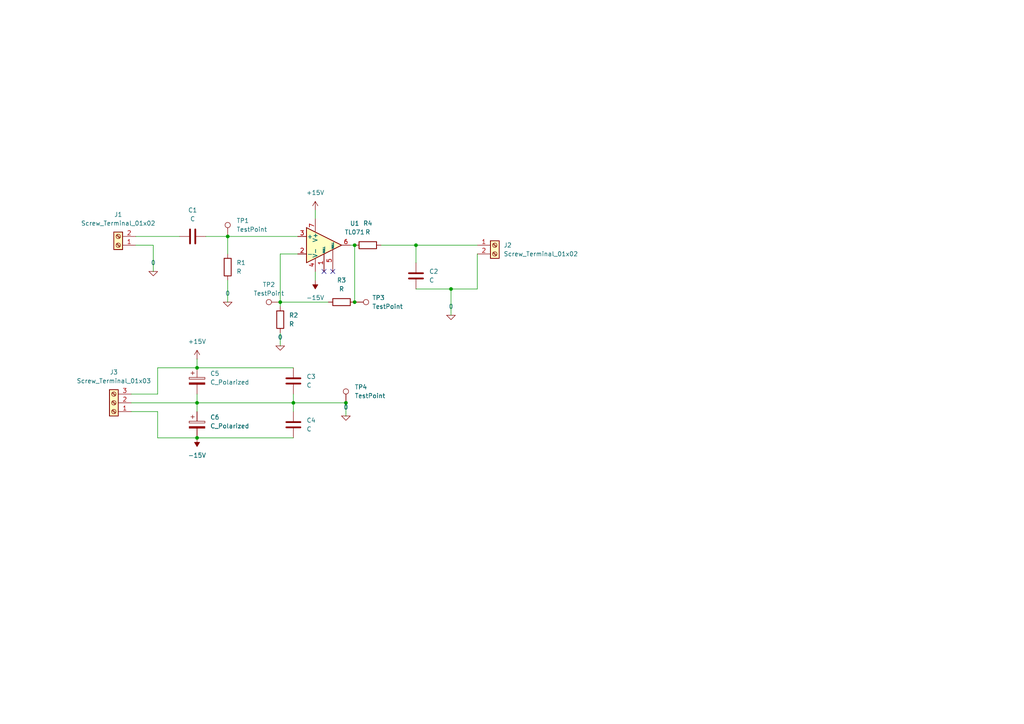
<source format=kicad_sch>
(kicad_sch (version 20231120) (generator "eeschema") (generator_version "8.0")
  (paper "A4")
  (lib_symbols
    (symbol "Amplifier_Operational:TL071" (pin_names (offset 0.127))
      (property "Reference" "U" (at 0 6.35 0))
      (property "Value" "TL071" (at 0 3.81 0))
      (symbol "TL071_0_1"
        (polyline (pts (xy -5.08 5.08) (xy 5.08 0) (xy -5.08 -5.08) (xy -5.08 5.08)) (stroke (width 0.254)) (fill (type background)))
      )
      (symbol "TL071_1_1"
        (pin input line (at 0 -7.62 90) (length 5.08) (name "NULL") (number "1"))
        (pin input line (at -7.62 -2.54 0) (length 2.54) (name "-") (number "2"))
        (pin input line (at -7.62 2.54 0) (length 2.54) (name "+") (number "3"))
        (pin power_in line (at -2.54 -7.62 90) (length 3.81) (name "V-") (number "4"))
        (pin input line (at 2.54 -7.62 90) (length 6.35) (name "NULL") (number "5"))
        (pin output line (at 7.62 0 180) (length 2.54) (name "~") (number "6"))
        (pin power_in line (at -2.54 7.62 270) (length 3.81) (name "V+") (number "7"))
        (pin no_connect line (at 0 2.54 270) (length 2.54) hide (name "NC") (number "8"))
      )
    )
    (symbol "Connector:Screw_Terminal_01x02" (pin_names (offset 1.016) hide)
      (property "Reference" "J" (at 0 2.54 0))
      (property "Value" "Screw_Terminal_01x02" (at 0 -5.08 0))
      (symbol "Screw_Terminal_01x02_1_1"
        (rectangle (start -1.27 1.27) (end 1.27 -3.81) (stroke (width 0.254)) (fill (type background)))
        (circle (center 0 -2.54) (radius 0.635) (stroke (width 0.1524)))
        (polyline (pts (xy -0.5334 -2.2098) (xy 0.3302 -3.048)) (stroke (width 0.1524)))
        (polyline (pts (xy -0.5334 0.3302) (xy 0.3302 -0.508)) (stroke (width 0.1524)))
        (polyline (pts (xy -0.3556 -2.032) (xy 0.508 -2.8702)) (stroke (width 0.1524)))
        (polyline (pts (xy -0.3556 0.508) (xy 0.508 -0.3302)) (stroke (width 0.1524)))
        (circle (center 0 0) (radius 0.635) (stroke (width 0.1524)))
        (pin passive line (at -5.08 0 0) (length 3.81) (name "Pin_1") (number "1"))
        (pin passive line (at -5.08 -2.54 0) (length 3.81) (name "Pin_2") (number "2"))
      )
    )
    (symbol "Connector:Screw_Terminal_01x03" (pin_names (offset 1.016) hide)
      (property "Reference" "J" (at 0 5.08 0))
      (property "Value" "Screw_Terminal_01x03" (at 0 -5.08 0))
      (symbol "Screw_Terminal_01x03_1_1"
        (rectangle (start -1.27 3.81) (end 1.27 -3.81) (stroke (width 0.254)) (fill (type background)))
        (circle (center 0 -2.54) (radius 0.635) (stroke (width 0.1524)))
        (polyline (pts (xy -0.5334 -2.2098) (xy 0.3302 -3.048)) (stroke (width 0.1524)))
        (polyline (pts (xy -0.5334 0.3302) (xy 0.3302 -0.508)) (stroke (width 0.1524)))
        (polyline (pts (xy -0.5334 2.8702) (xy 0.3302 2.032)) (stroke (width 0.1524)))
        (polyline (pts (xy -0.3556 -2.032) (xy 0.508 -2.8702)) (stroke (width 0.1524)))
        (polyline (pts (xy -0.3556 0.508) (xy 0.508 -0.3302)) (stroke (width 0.1524)))
        (polyline (pts (xy -0.3556 3.048) (xy 0.508 2.2098)) (stroke (width 0.1524)))
        (circle (center 0 0) (radius 0.635) (stroke (width 0.1524)))
        (circle (center 0 2.54) (radius 0.635) (stroke (width 0.1524)))
        (pin passive line (at -5.08 2.54 0) (length 3.81) (name "Pin_1") (number "1"))
        (pin passive line (at -5.08 0 0) (length 3.81) (name "Pin_2") (number "2"))
        (pin passive line (at -5.08 -2.54 0) (length 3.81) (name "Pin_3") (number "3"))
      )
    )
    (symbol "Connector:TestPoint" (pin_numbers hide) (pin_names (offset 0.762) hide)
      (property "Reference" "TP" (at 0 6.858 0))
      (property "Value" "TestPoint" (at 0 5.08 0))
      (symbol "TestPoint_0_1"
        (circle (center 0 3.302) (radius 0.762))
      )
      (symbol "TestPoint_1_1"
        (pin passive line (at 0 0 90) (length 2.54) (name "1") (number "1"))
      )
    )
    (symbol "Device:C" (pin_numbers hide) (pin_names (offset 0.254))
      (property "Reference" "C" (at 0.635 2.54 0))
      (property "Value" "C" (at 0.635 -2.54 0))
      (symbol "C_0_1"
        (polyline (pts (xy -2.032 -0.762) (xy 2.032 -0.762)) (stroke (width 0.508)))
        (polyline (pts (xy -2.032 0.762) (xy 2.032 0.762)) (stroke (width 0.508)))
      )
      (symbol "C_1_1"
        (pin passive line (at 0 3.81 270) (length 2.794) (name "~") (number "1"))
        (pin passive line (at 0 -3.81 90) (length 2.794) (name "~") (number "2"))
      )
    )
    (symbol "Device:C_Polarized" (pin_numbers hide) (pin_names (offset 0.254))
      (property "Reference" "C" (at 0.635 2.54 0))
      (property "Value" "C_Polarized" (at 0.635 -2.54 0))
      (symbol "C_Polarized_0_1"
        (rectangle (start -2.286 0.508) (end 2.286 1.016))
        (polyline (pts (xy -1.778 2.286) (xy -0.762 2.286)))
        (polyline (pts (xy -1.27 2.794) (xy -1.27 1.778)))
        (rectangle (start 2.286 -0.508) (end -2.286 -1.016) (fill (type outline)))
      )
      (symbol "C_Polarized_1_1"
        (pin passive line (at 0 3.81 270) (length 2.794) (name "~") (number "1"))
        (pin passive line (at 0 -3.81 90) (length 2.794) (name "~") (number "2"))
      )
    )
    (symbol "Device:R" (pin_numbers hide) (pin_names (offset 0))
      (property "Reference" "R" (at 2.032 0 90))
      (property "Value" "R" (at 0 0 90))
      (symbol "R_0_1"
        (rectangle (start -1.016 -2.54) (end 1.016 2.54) (stroke (width 0.254)))
      )
      (symbol "R_1_1"
        (pin passive line (at 0 3.81 270) (length 1.27) (name "~") (number "1"))
        (pin passive line (at 0 -3.81 90) (length 1.27) (name "~") (number "2"))
      )
    )
    (symbol "Simulation_SPICE:0" (power) (pin_numbers hide) (pin_names (offset 0) hide)
      (property "Value" "0" (at 0 -2.54 0))
      (symbol "0_0_1"
        (polyline (pts (xy -1.27 0) (xy 0 -1.27) (xy 1.27 0) (xy -1.27 0)))
      )
      (symbol "0_1_1"
        (pin power_in line (at 0 0 0) (length 0) (name "~") (number "1"))
      )
    )
    (symbol "power:+15V" (power) (pin_numbers hide) (pin_names (offset 0) hide)
      (property "Value" "+15V" (at 0 3.556 0))
      (symbol "+15V_0_1"
        (polyline (pts (xy -0.762 1.27) (xy 0 2.54)))
        (polyline (pts (xy 0 0) (xy 0 2.54)))
        (polyline (pts (xy 0 2.54) (xy 0.762 1.27)))
      )
      (symbol "+15V_1_1"
        (pin power_in line (at 0 0 90) (length 0) (name "~") (number "1"))
      )
    )
    (symbol "power:-15V" (power) (pin_numbers hide) (pin_names (offset 0) hide)
      (property "Value" "-15V" (at 0 3.556 0))
      (symbol "-15V_0_0"
        (pin power_in line (at 0 0 90) (length 0) (name "~") (number "1"))
      )
      (symbol "-15V_0_1"
        (polyline (pts (xy 0 0) (xy 0 1.27) (xy 0.762 1.27) (xy 0 2.54) (xy -0.762 1.27) (xy 0 1.27)) (fill (type outline)))
      )
    )
  )
  (junction (at 66.04 68.58))
  (junction (at 57.15 106.68))
  (junction (at 102.87 71.12))
  (junction (at 120.65 71.12))
  (junction (at 57.15 116.84))
  (junction (at 100.33 116.84))
  (junction (at 85.09 116.84))
  (junction (at 102.87 87.63))
  (junction (at 81.28 87.63))
  (junction (at 57.15 127))
  (junction (at 130.81 83.82))
  (no_connect (at 96.52 78.74))
  (no_connect (at 93.98 78.74))
  (wire (pts (xy 45.72 106.68) (xy 57.15 106.68)))
  (wire (pts (xy 57.15 114.3) (xy 57.15 116.84)))
  (wire (pts (xy 85.09 116.84) (xy 85.09 119.38)))
  (wire (pts (xy 100.33 116.84) (xy 100.33 120.65)))
  (wire (pts (xy 130.81 83.82) (xy 130.81 91.44)))
  (wire (pts (xy 81.28 87.63) (xy 95.25 87.63)))
  (wire (pts (xy 45.72 127) (xy 57.15 127)))
  (wire (pts (xy 138.43 73.66) (xy 138.43 83.82)))
  (wire (pts (xy 66.04 68.58) (xy 59.69 68.58)))
  (wire (pts (xy 91.44 60.96) (xy 91.44 63.5)))
  (wire (pts (xy 120.65 71.12) (xy 120.65 76.2)))
  (wire (pts (xy 38.1 116.84) (xy 57.15 116.84)))
  (wire (pts (xy 81.28 87.63) (xy 81.28 88.9)))
  (wire (pts (xy 110.49 71.12) (xy 120.65 71.12)))
  (wire (pts (xy 57.15 104.14) (xy 57.15 106.68)))
  (wire (pts (xy 45.72 114.3) (xy 45.72 106.68)))
  (wire (pts (xy 66.04 68.58) (xy 86.36 68.58)))
  (wire (pts (xy 91.44 81.28) (xy 91.44 78.74)))
  (wire (pts (xy 81.28 73.66) (xy 81.28 87.63)))
  (wire (pts (xy 138.43 83.82) (xy 130.81 83.82)))
  (wire (pts (xy 120.65 71.12) (xy 138.43 71.12)))
  (wire (pts (xy 101.6 71.12) (xy 102.87 71.12)))
  (wire (pts (xy 45.72 119.38) (xy 45.72 127)))
  (wire (pts (xy 57.15 116.84) (xy 57.15 119.38)))
  (wire (pts (xy 39.37 71.12) (xy 44.45 71.12)))
  (wire (pts (xy 102.87 71.12) (xy 102.87 87.63)))
  (wire (pts (xy 81.28 73.66) (xy 86.36 73.66)))
  (wire (pts (xy 39.37 68.58) (xy 52.07 68.58)))
  (wire (pts (xy 66.04 81.28) (xy 66.04 87.63)))
  (wire (pts (xy 57.15 127) (xy 85.09 127)))
  (wire (pts (xy 66.04 68.58) (xy 66.04 73.66)))
  (wire (pts (xy 38.1 119.38) (xy 45.72 119.38)))
  (wire (pts (xy 57.15 116.84) (xy 85.09 116.84)))
  (wire (pts (xy 85.09 116.84) (xy 100.33 116.84)))
  (wire (pts (xy 44.45 71.12) (xy 44.45 78.74)))
  (wire (pts (xy 81.28 96.52) (xy 81.28 100.33)))
  (wire (pts (xy 85.09 114.3) (xy 85.09 116.84)))
  (wire (pts (xy 57.15 106.68) (xy 85.09 106.68)))
  (wire (pts (xy 120.65 83.82) (xy 130.81 83.82)))
  (wire (pts (xy 38.1 114.3) (xy 45.72 114.3)))
  (symbol (lib_id "Connector:Screw_Terminal_01x02") (at 143.51 71.12 0) (unit 1)
    (property "Reference" "J2" (at 146.05 71.1199 0) (effects (justify left)))
    (property "Value" "Screw_Terminal_01x02" (at 146.05 73.6599 0) (effects (justify left)))
    (property "Description" "Generic screw terminal, single row, 01x02, script generated (kicad-library-utils/schlib/autogen/connector/)" (effects (hide yes)))
  )
  (symbol (lib_id "Device:R") (at 106.68 71.12 90) (unit 1)
    (property "Reference" "R4" (at 106.68 64.77 90))
    (property "Value" "R" (at 106.68 67.31 90))
    (property "Description" "Resistor" (effects (hide yes)))
  )
  (symbol (lib_id "Simulation_SPICE:0") (at 66.04 87.63 0) (unit 1)
    (property "Reference" "#GND02" (effects (hide yes)))
    (property "Value" "0" (at 66.04 85.09 0))
    (property "Datasheet" "https://ngspice.sourceforge.io/docs/ngspice-html-manual/manual.xhtml#subsec_Circuit_elements__device" (effects (hide yes)))
    (property "Description" "0V reference potential for simulation" (effects (hide yes)))
  )
  (symbol (lib_id "Connector:TestPoint") (at 102.87 87.63 270) (unit 1)
    (property "Reference" "TP3" (at 107.95 86.3599 90) (effects (justify left)))
    (property "Value" "TestPoint" (at 107.95 88.8999 90) (effects (justify left)))
    (property "Description" "test point" (effects (hide yes)))
  )
  (symbol (lib_id "Device:C") (at 120.65 80.01 0) (unit 1)
    (property "Reference" "C2" (at 124.46 78.7399 0) (effects (justify left)))
    (property "Value" "C" (at 124.46 81.2799 0) (effects (justify left)))
    (property "Description" "Unpolarized capacitor" (effects (hide yes)))
  )
  (symbol (lib_id "Connector:TestPoint") (at 100.33 116.84 0) (unit 1)
    (property "Reference" "TP4" (at 102.87 112.2679 0) (effects (justify left)))
    (property "Value" "TestPoint" (at 102.87 114.8079 0) (effects (justify left)))
    (property "Description" "test point" (effects (hide yes)))
  )
  (symbol (lib_id "Connector:Screw_Terminal_01x03") (at 33.02 116.84 180) (unit 1)
    (property "Reference" "J3" (at 33.02 107.95 0))
    (property "Value" "Screw_Terminal_01x03" (at 33.02 110.49 0))
    (property "Description" "Generic screw terminal, single row, 01x03, script generated (kicad-library-utils/schlib/autogen/connector/)" (effects (hide yes)))
  )
  (symbol (lib_id "power:-15V") (at 57.15 127 180) (unit 1)
    (property "Reference" "#PWR03" (effects (hide yes)))
    (property "Value" "-15V" (at 57.15 132.08 0))
    (property "Description" "Power symbol creates a global label with name \"-15V\"" (effects (hide yes)))
  )
  (symbol (lib_id "power:+15V") (at 91.44 60.96 0) (unit 1)
    (property "Reference" "#PWR01" (effects (hide yes)))
    (property "Value" "+15V" (at 91.44 55.88 0))
    (property "Description" "Power symbol creates a global label with name \"+15V\"" (effects (hide yes)))
  )
  (symbol (lib_id "Device:C") (at 55.88 68.58 90) (unit 1)
    (property "Reference" "C1" (at 55.88 60.96 90))
    (property "Value" "C" (at 55.88 63.5 90))
    (property "Description" "Unpolarized capacitor" (effects (hide yes)))
  )
  (symbol (lib_id "Connector:Screw_Terminal_01x02") (at 34.29 71.12 180) (unit 1)
    (property "Reference" "J1" (at 34.29 62.23 0))
    (property "Value" "Screw_Terminal_01x02" (at 34.29 64.77 0))
    (property "Description" "Generic screw terminal, single row, 01x02, script generated (kicad-library-utils/schlib/autogen/connector/)" (effects (hide yes)))
  )
  (symbol (lib_id "Amplifier_Operational:TL071") (at 93.98 71.12 0) (unit 1)
    (property "Reference" "U1" (at 102.87 64.8014 0))
    (property "Value" "TL071" (at 102.87 67.3414 0))
    (property "Datasheet" "http://www.ti.com/lit/ds/symlink/tl071.pdf" (effects (hide yes)))
    (property "Description" "Single Low-Noise JFET-Input Operational Amplifiers, DIP-8/SOIC-8" (effects (hide yes)))
  )
  (symbol (lib_id "Device:R") (at 66.04 77.47 180) (unit 1)
    (property "Reference" "R1" (at 68.58 76.1999 0) (effects (justify right)))
    (property "Value" "R" (at 68.58 78.7399 0) (effects (justify right)))
    (property "Description" "Resistor" (effects (hide yes)))
  )
  (symbol (lib_id "Device:C") (at 85.09 110.49 0) (unit 1)
    (property "Reference" "C3" (at 88.9 109.2199 0) (effects (justify left)))
    (property "Value" "C" (at 88.9 111.7599 0) (effects (justify left)))
    (property "Description" "Unpolarized capacitor" (effects (hide yes)))
  )
  (symbol (lib_id "power:+15V") (at 57.15 104.14 0) (unit 1)
    (property "Reference" "#PWR04" (effects (hide yes)))
    (property "Value" "+15V" (at 57.15 99.06 0))
    (property "Description" "Power symbol creates a global label with name \"+15V\"" (effects (hide yes)))
  )
  (symbol (lib_id "Device:C_Polarized") (at 57.15 123.19 0) (unit 1)
    (property "Reference" "C6" (at 60.96 121.0309 0) (effects (justify left)))
    (property "Value" "C_Polarized" (at 60.96 123.5709 0) (effects (justify left)))
    (property "Description" "Polarized capacitor" (effects (hide yes)))
  )
  (symbol (lib_id "Device:R") (at 81.28 92.71 0) (unit 1)
    (property "Reference" "R2" (at 83.82 91.4399 0) (effects (justify left)))
    (property "Value" "R" (at 83.82 93.9799 0) (effects (justify left)))
    (property "Description" "Resistor" (effects (hide yes)))
  )
  (symbol (lib_id "Simulation_SPICE:0") (at 44.45 78.74 0) (unit 1)
    (property "Reference" "#GND01" (effects (hide yes)))
    (property "Value" "0" (at 44.45 76.2 0))
    (property "Datasheet" "https://ngspice.sourceforge.io/docs/ngspice-html-manual/manual.xhtml#subsec_Circuit_elements__device" (effects (hide yes)))
    (property "Description" "0V reference potential for simulation" (effects (hide yes)))
  )
  (symbol (lib_id "Connector:TestPoint") (at 66.04 68.58 0) (unit 1)
    (property "Reference" "TP1" (at 68.58 64.0079 0) (effects (justify left)))
    (property "Value" "TestPoint" (at 68.58 66.5479 0) (effects (justify left)))
    (property "Description" "test point" (effects (hide yes)))
  )
  (symbol (lib_id "Device:C_Polarized") (at 57.15 110.49 0) (unit 1)
    (property "Reference" "C5" (at 60.96 108.3309 0) (effects (justify left)))
    (property "Value" "C_Polarized" (at 60.96 110.8709 0) (effects (justify left)))
    (property "Description" "Polarized capacitor" (effects (hide yes)))
  )
  (symbol (lib_id "Simulation_SPICE:0") (at 130.81 91.44 0) (unit 1)
    (property "Reference" "#GND04" (effects (hide yes)))
    (property "Value" "0" (at 130.81 88.9 0))
    (property "Datasheet" "https://ngspice.sourceforge.io/docs/ngspice-html-manual/manual.xhtml#subsec_Circuit_elements__device" (effects (hide yes)))
    (property "Description" "0V reference potential for simulation" (effects (hide yes)))
  )
  (symbol (lib_id "power:-15V") (at 91.44 81.28 180) (unit 1)
    (property "Reference" "#PWR02" (effects (hide yes)))
    (property "Value" "-15V" (at 91.44 86.36 0))
    (property "Description" "Power symbol creates a global label with name \"-15V\"" (effects (hide yes)))
  )
  (symbol (lib_id "Simulation_SPICE:0") (at 100.33 120.65 0) (unit 1)
    (property "Reference" "#GND05" (effects (hide yes)))
    (property "Value" "0" (at 100.33 118.11 0))
    (property "Datasheet" "https://ngspice.sourceforge.io/docs/ngspice-html-manual/manual.xhtml#subsec_Circuit_elements__device" (effects (hide yes)))
    (property "Description" "0V reference potential for simulation" (effects (hide yes)))
  )
  (symbol (lib_id "Device:C") (at 85.09 123.19 0) (unit 1)
    (property "Reference" "C4" (at 88.9 121.9199 0) (effects (justify left)))
    (property "Value" "C" (at 88.9 124.4599 0) (effects (justify left)))
    (property "Description" "Unpolarized capacitor" (effects (hide yes)))
  )
  (symbol (lib_id "Connector:TestPoint") (at 81.28 87.63 90) (unit 1)
    (property "Reference" "TP2" (at 77.978 82.55 90))
    (property "Value" "TestPoint" (at 77.978 85.09 90))
    (property "Description" "test point" (effects (hide yes)))
  )
  (symbol (lib_id "Device:R") (at 99.06 87.63 90) (unit 1)
    (property "Reference" "R3" (at 99.06 81.28 90))
    (property "Value" "R" (at 99.06 83.82 90))
    (property "Description" "Resistor" (effects (hide yes)))
  )
  (symbol (lib_id "Simulation_SPICE:0") (at 81.28 100.33 0) (unit 1)
    (property "Reference" "#GND03" (effects (hide yes)))
    (property "Value" "0" (at 81.28 97.79 0))
    (property "Datasheet" "https://ngspice.sourceforge.io/docs/ngspice-html-manual/manual.xhtml#subsec_Circuit_elements__device" (effects (hide yes)))
    (property "Description" "0V reference potential for simulation" (effects (hide yes)))
  )
)
</source>
